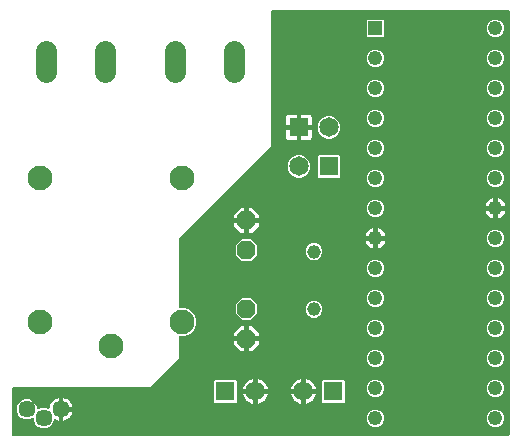
<source format=gbr>
G04 EAGLE Gerber X2 export*
%TF.Part,Single*%
%TF.FileFunction,Copper,L1,Top,Mixed*%
%TF.FilePolarity,Positive*%
%TF.GenerationSoftware,Autodesk,EAGLE,9.1.3*%
%TF.CreationDate,2018-11-08T14:32:20Z*%
G75*
%MOMM*%
%FSLAX34Y34*%
%LPD*%
%AMOC8*
5,1,8,0,0,1.08239X$1,22.5*%
G01*
%ADD10P,1.732040X8X112.500000*%
%ADD11P,1.732040X8X292.500000*%
%ADD12R,1.241000X1.241000*%
%ADD13C,1.241000*%
%ADD14C,1.168000*%
%ADD15R,1.650000X1.650000*%
%ADD16C,1.650000*%
%ADD17C,2.100000*%
%ADD18C,1.448000*%
%ADD19C,1.790700*%

G36*
X430082Y22869D02*
X430082Y22869D01*
X430140Y22867D01*
X430222Y22889D01*
X430306Y22901D01*
X430359Y22924D01*
X430415Y22939D01*
X430488Y22982D01*
X430565Y23017D01*
X430610Y23055D01*
X430660Y23084D01*
X430718Y23146D01*
X430782Y23200D01*
X430814Y23249D01*
X430854Y23292D01*
X430893Y23367D01*
X430940Y23437D01*
X430957Y23493D01*
X430984Y23545D01*
X430995Y23613D01*
X431025Y23708D01*
X431028Y23808D01*
X431039Y23876D01*
X431039Y382424D01*
X431031Y382482D01*
X431033Y382540D01*
X431011Y382622D01*
X430999Y382706D01*
X430976Y382759D01*
X430961Y382815D01*
X430918Y382888D01*
X430883Y382965D01*
X430845Y383010D01*
X430816Y383060D01*
X430754Y383118D01*
X430700Y383182D01*
X430651Y383214D01*
X430608Y383254D01*
X430533Y383293D01*
X430463Y383340D01*
X430407Y383357D01*
X430355Y383384D01*
X430287Y383395D01*
X430192Y383425D01*
X430092Y383428D01*
X430024Y383439D01*
X229870Y383439D01*
X229812Y383431D01*
X229754Y383433D01*
X229672Y383411D01*
X229588Y383399D01*
X229535Y383376D01*
X229479Y383361D01*
X229406Y383318D01*
X229329Y383283D01*
X229284Y383245D01*
X229234Y383216D01*
X229176Y383154D01*
X229112Y383100D01*
X229080Y383051D01*
X229040Y383008D01*
X229001Y382933D01*
X228954Y382863D01*
X228937Y382807D01*
X228910Y382755D01*
X228899Y382687D01*
X228869Y382592D01*
X228866Y382492D01*
X228855Y382424D01*
X228855Y268391D01*
X151682Y191218D01*
X151630Y191148D01*
X151570Y191084D01*
X151544Y191035D01*
X151511Y190991D01*
X151480Y190909D01*
X151440Y190831D01*
X151432Y190784D01*
X151410Y190725D01*
X151398Y190577D01*
X151385Y190500D01*
X151385Y132356D01*
X151393Y132298D01*
X151391Y132240D01*
X151413Y132158D01*
X151425Y132074D01*
X151449Y132021D01*
X151463Y131965D01*
X151506Y131892D01*
X151541Y131815D01*
X151579Y131770D01*
X151609Y131720D01*
X151670Y131662D01*
X151725Y131598D01*
X151773Y131566D01*
X151816Y131526D01*
X151891Y131487D01*
X151961Y131440D01*
X152017Y131423D01*
X152069Y131396D01*
X152137Y131385D01*
X152232Y131355D01*
X152332Y131352D01*
X152400Y131341D01*
X156247Y131341D01*
X160566Y129552D01*
X163872Y126246D01*
X165661Y121927D01*
X165661Y117253D01*
X163872Y112934D01*
X160566Y109628D01*
X156247Y107839D01*
X152400Y107839D01*
X152342Y107831D01*
X152284Y107833D01*
X152202Y107811D01*
X152119Y107799D01*
X152065Y107776D01*
X152009Y107761D01*
X151936Y107718D01*
X151859Y107683D01*
X151814Y107645D01*
X151764Y107616D01*
X151706Y107554D01*
X151642Y107500D01*
X151610Y107451D01*
X151570Y107408D01*
X151531Y107333D01*
X151485Y107263D01*
X151467Y107207D01*
X151440Y107155D01*
X151429Y107087D01*
X151399Y106992D01*
X151396Y106892D01*
X151385Y106824D01*
X151385Y89321D01*
X126580Y64515D01*
X11176Y64515D01*
X11118Y64507D01*
X11060Y64509D01*
X10978Y64487D01*
X10894Y64475D01*
X10841Y64452D01*
X10785Y64437D01*
X10712Y64394D01*
X10635Y64359D01*
X10590Y64321D01*
X10540Y64292D01*
X10482Y64230D01*
X10418Y64176D01*
X10386Y64127D01*
X10346Y64084D01*
X10307Y64009D01*
X10260Y63939D01*
X10243Y63883D01*
X10216Y63831D01*
X10205Y63763D01*
X10175Y63668D01*
X10172Y63568D01*
X10161Y63500D01*
X10161Y23876D01*
X10169Y23818D01*
X10167Y23760D01*
X10189Y23678D01*
X10201Y23594D01*
X10224Y23541D01*
X10239Y23485D01*
X10282Y23412D01*
X10317Y23335D01*
X10355Y23290D01*
X10384Y23240D01*
X10446Y23182D01*
X10500Y23118D01*
X10549Y23086D01*
X10592Y23046D01*
X10667Y23007D01*
X10737Y22960D01*
X10793Y22943D01*
X10845Y22916D01*
X10913Y22905D01*
X11008Y22875D01*
X11108Y22872D01*
X11176Y22861D01*
X430024Y22861D01*
X430082Y22869D01*
G37*
%LPC*%
G36*
X35141Y29829D02*
X35141Y29829D01*
X32020Y31122D01*
X29632Y33510D01*
X28339Y36631D01*
X28339Y37599D01*
X28323Y37713D01*
X28313Y37827D01*
X28303Y37853D01*
X28299Y37881D01*
X28252Y37986D01*
X28211Y38093D01*
X28195Y38115D01*
X28183Y38140D01*
X28109Y38228D01*
X28040Y38319D01*
X28017Y38336D01*
X28000Y38357D01*
X27904Y38421D01*
X27812Y38490D01*
X27786Y38499D01*
X27763Y38515D01*
X27653Y38550D01*
X27546Y38590D01*
X27518Y38592D01*
X27492Y38601D01*
X27377Y38604D01*
X27263Y38613D01*
X27238Y38607D01*
X27208Y38608D01*
X26951Y38541D01*
X26935Y38537D01*
X24019Y37329D01*
X20641Y37329D01*
X17520Y38622D01*
X15132Y41010D01*
X13839Y44131D01*
X13839Y47509D01*
X15132Y50630D01*
X17520Y53018D01*
X20641Y54311D01*
X24019Y54311D01*
X27140Y53018D01*
X29528Y50630D01*
X30821Y47509D01*
X30821Y46541D01*
X30837Y46427D01*
X30847Y46313D01*
X30857Y46287D01*
X30861Y46259D01*
X30908Y46154D01*
X30949Y46047D01*
X30965Y46025D01*
X30977Y46000D01*
X31051Y45912D01*
X31120Y45821D01*
X31143Y45804D01*
X31160Y45783D01*
X31256Y45719D01*
X31348Y45650D01*
X31374Y45641D01*
X31397Y45625D01*
X31507Y45590D01*
X31614Y45550D01*
X31642Y45548D01*
X31668Y45539D01*
X31783Y45536D01*
X31897Y45527D01*
X31922Y45533D01*
X31952Y45532D01*
X32209Y45599D01*
X32225Y45603D01*
X35141Y46811D01*
X38519Y46811D01*
X40206Y46112D01*
X40240Y46103D01*
X40272Y46087D01*
X40377Y46068D01*
X40481Y46041D01*
X40516Y46042D01*
X40551Y46036D01*
X40658Y46046D01*
X40765Y46049D01*
X40799Y46060D01*
X40834Y46064D01*
X40934Y46103D01*
X41036Y46136D01*
X41065Y46156D01*
X41098Y46169D01*
X41183Y46234D01*
X41272Y46294D01*
X41295Y46321D01*
X41323Y46343D01*
X41386Y46430D01*
X41455Y46512D01*
X41469Y46544D01*
X41490Y46573D01*
X41515Y46647D01*
X41571Y46772D01*
X41580Y46841D01*
X41597Y46891D01*
X41790Y48110D01*
X42266Y49574D01*
X42965Y50946D01*
X43870Y52192D01*
X44958Y53280D01*
X46204Y54185D01*
X47576Y54884D01*
X49040Y55360D01*
X49299Y55401D01*
X49299Y46836D01*
X49307Y46778D01*
X49305Y46720D01*
X49327Y46638D01*
X49339Y46555D01*
X49363Y46501D01*
X49377Y46445D01*
X49420Y46372D01*
X49455Y46295D01*
X49493Y46251D01*
X49523Y46200D01*
X49584Y46143D01*
X49639Y46078D01*
X49687Y46046D01*
X49730Y46006D01*
X49805Y45967D01*
X49875Y45921D01*
X49931Y45903D01*
X49983Y45876D01*
X50051Y45865D01*
X50146Y45835D01*
X50246Y45832D01*
X50314Y45821D01*
X51331Y45821D01*
X51331Y45819D01*
X50314Y45819D01*
X50256Y45811D01*
X50198Y45812D01*
X50116Y45791D01*
X50033Y45779D01*
X49979Y45755D01*
X49923Y45741D01*
X49850Y45698D01*
X49773Y45663D01*
X49728Y45625D01*
X49678Y45595D01*
X49620Y45534D01*
X49556Y45479D01*
X49524Y45431D01*
X49484Y45388D01*
X49445Y45313D01*
X49399Y45243D01*
X49381Y45187D01*
X49354Y45135D01*
X49343Y45067D01*
X49313Y44972D01*
X49310Y44872D01*
X49299Y44804D01*
X49299Y36239D01*
X49040Y36280D01*
X47576Y36756D01*
X46735Y37184D01*
X46642Y37216D01*
X46552Y37256D01*
X46508Y37262D01*
X46466Y37276D01*
X46368Y37281D01*
X46271Y37295D01*
X46227Y37288D01*
X46182Y37291D01*
X46087Y37268D01*
X45990Y37254D01*
X45949Y37236D01*
X45905Y37226D01*
X45820Y37177D01*
X45730Y37137D01*
X45697Y37108D01*
X45658Y37086D01*
X45589Y37016D01*
X45514Y36953D01*
X45493Y36919D01*
X45458Y36884D01*
X45375Y36730D01*
X45336Y36668D01*
X44028Y33510D01*
X41640Y31122D01*
X38519Y29829D01*
X35141Y29829D01*
G37*
%LPD*%
%LPC*%
G36*
X181732Y51459D02*
X181732Y51459D01*
X180999Y52192D01*
X180999Y69728D01*
X181732Y70461D01*
X199268Y70461D01*
X200001Y69728D01*
X200001Y52192D01*
X199268Y51459D01*
X181732Y51459D01*
G37*
%LPD*%
%LPC*%
G36*
X273172Y51459D02*
X273172Y51459D01*
X272439Y52192D01*
X272439Y69728D01*
X273172Y70461D01*
X290708Y70461D01*
X291441Y69728D01*
X291441Y52192D01*
X290708Y51459D01*
X273172Y51459D01*
G37*
%LPD*%
%LPC*%
G36*
X269362Y241959D02*
X269362Y241959D01*
X268629Y242692D01*
X268629Y260228D01*
X269362Y260961D01*
X286898Y260961D01*
X287631Y260228D01*
X287631Y242692D01*
X286898Y241959D01*
X269362Y241959D01*
G37*
%LPD*%
%LPC*%
G36*
X250840Y241959D02*
X250840Y241959D01*
X247348Y243406D01*
X244676Y246078D01*
X243229Y249570D01*
X243229Y253350D01*
X244676Y256842D01*
X247348Y259514D01*
X250840Y260961D01*
X254620Y260961D01*
X258112Y259514D01*
X260784Y256842D01*
X262231Y253350D01*
X262231Y249570D01*
X260784Y246078D01*
X258112Y243406D01*
X254620Y241959D01*
X250840Y241959D01*
G37*
%LPD*%
%LPC*%
G36*
X276240Y274979D02*
X276240Y274979D01*
X272748Y276426D01*
X270076Y279098D01*
X268629Y282590D01*
X268629Y286370D01*
X270076Y289862D01*
X272748Y292534D01*
X276240Y293981D01*
X280020Y293981D01*
X283512Y292534D01*
X286184Y289862D01*
X287631Y286370D01*
X287631Y282590D01*
X286184Y279098D01*
X283512Y276426D01*
X280020Y274979D01*
X276240Y274979D01*
G37*
%LPD*%
%LPC*%
G36*
X204448Y121558D02*
X204448Y121558D01*
X199028Y126978D01*
X199028Y134642D01*
X204448Y140062D01*
X212112Y140062D01*
X217532Y134642D01*
X217532Y126978D01*
X212112Y121558D01*
X204448Y121558D01*
G37*
%LPD*%
%LPC*%
G36*
X204448Y171088D02*
X204448Y171088D01*
X199028Y176508D01*
X199028Y184172D01*
X204448Y189592D01*
X212112Y189592D01*
X217532Y184172D01*
X217532Y176508D01*
X212112Y171088D01*
X204448Y171088D01*
G37*
%LPD*%
%LPC*%
G36*
X310777Y360844D02*
X310777Y360844D01*
X310044Y361577D01*
X310044Y375023D01*
X310777Y375756D01*
X324223Y375756D01*
X324956Y375023D01*
X324956Y361577D01*
X324223Y360844D01*
X310777Y360844D01*
G37*
%LPD*%
%LPC*%
G36*
X417617Y335444D02*
X417617Y335444D01*
X414877Y336579D01*
X412779Y338677D01*
X411644Y341417D01*
X411644Y344383D01*
X412779Y347123D01*
X414877Y349221D01*
X417617Y350356D01*
X420583Y350356D01*
X423323Y349221D01*
X425421Y347123D01*
X426556Y344383D01*
X426556Y341417D01*
X425421Y338677D01*
X423323Y336579D01*
X420583Y335444D01*
X417617Y335444D01*
G37*
%LPD*%
%LPC*%
G36*
X316017Y335444D02*
X316017Y335444D01*
X313277Y336579D01*
X311179Y338677D01*
X310044Y341417D01*
X310044Y344383D01*
X311179Y347123D01*
X313277Y349221D01*
X316017Y350356D01*
X318983Y350356D01*
X321723Y349221D01*
X323821Y347123D01*
X324956Y344383D01*
X324956Y341417D01*
X323821Y338677D01*
X321723Y336579D01*
X318983Y335444D01*
X316017Y335444D01*
G37*
%LPD*%
%LPC*%
G36*
X417617Y310044D02*
X417617Y310044D01*
X414877Y311179D01*
X412779Y313277D01*
X411644Y316017D01*
X411644Y318983D01*
X412779Y321723D01*
X414877Y323821D01*
X417617Y324956D01*
X420583Y324956D01*
X423323Y323821D01*
X425421Y321723D01*
X426556Y318983D01*
X426556Y316017D01*
X425421Y313277D01*
X423323Y311179D01*
X420583Y310044D01*
X417617Y310044D01*
G37*
%LPD*%
%LPC*%
G36*
X316017Y310044D02*
X316017Y310044D01*
X313277Y311179D01*
X311179Y313277D01*
X310044Y316017D01*
X310044Y318983D01*
X311179Y321723D01*
X313277Y323821D01*
X316017Y324956D01*
X318983Y324956D01*
X321723Y323821D01*
X323821Y321723D01*
X324956Y318983D01*
X324956Y316017D01*
X323821Y313277D01*
X321723Y311179D01*
X318983Y310044D01*
X316017Y310044D01*
G37*
%LPD*%
%LPC*%
G36*
X417617Y284644D02*
X417617Y284644D01*
X414877Y285779D01*
X412779Y287877D01*
X411644Y290617D01*
X411644Y293583D01*
X412779Y296323D01*
X414877Y298421D01*
X417617Y299556D01*
X420583Y299556D01*
X423323Y298421D01*
X425421Y296323D01*
X426556Y293583D01*
X426556Y290617D01*
X425421Y287877D01*
X423323Y285779D01*
X420583Y284644D01*
X417617Y284644D01*
G37*
%LPD*%
%LPC*%
G36*
X316017Y284644D02*
X316017Y284644D01*
X313277Y285779D01*
X311179Y287877D01*
X310044Y290617D01*
X310044Y293583D01*
X311179Y296323D01*
X313277Y298421D01*
X316017Y299556D01*
X318983Y299556D01*
X321723Y298421D01*
X323821Y296323D01*
X324956Y293583D01*
X324956Y290617D01*
X323821Y287877D01*
X321723Y285779D01*
X318983Y284644D01*
X316017Y284644D01*
G37*
%LPD*%
%LPC*%
G36*
X417617Y106844D02*
X417617Y106844D01*
X414877Y107979D01*
X412779Y110077D01*
X411644Y112817D01*
X411644Y115783D01*
X412779Y118523D01*
X414877Y120621D01*
X417617Y121756D01*
X420583Y121756D01*
X423323Y120621D01*
X425421Y118523D01*
X426556Y115783D01*
X426556Y112817D01*
X425421Y110077D01*
X423323Y107979D01*
X420583Y106844D01*
X417617Y106844D01*
G37*
%LPD*%
%LPC*%
G36*
X417617Y259244D02*
X417617Y259244D01*
X414877Y260379D01*
X412779Y262477D01*
X411644Y265217D01*
X411644Y268183D01*
X412779Y270923D01*
X414877Y273021D01*
X417617Y274156D01*
X420583Y274156D01*
X423323Y273021D01*
X425421Y270923D01*
X426556Y268183D01*
X426556Y265217D01*
X425421Y262477D01*
X423323Y260379D01*
X420583Y259244D01*
X417617Y259244D01*
G37*
%LPD*%
%LPC*%
G36*
X316017Y259244D02*
X316017Y259244D01*
X313277Y260379D01*
X311179Y262477D01*
X310044Y265217D01*
X310044Y268183D01*
X311179Y270923D01*
X313277Y273021D01*
X316017Y274156D01*
X318983Y274156D01*
X321723Y273021D01*
X323821Y270923D01*
X324956Y268183D01*
X324956Y265217D01*
X323821Y262477D01*
X321723Y260379D01*
X318983Y259244D01*
X316017Y259244D01*
G37*
%LPD*%
%LPC*%
G36*
X417617Y233844D02*
X417617Y233844D01*
X414877Y234979D01*
X412779Y237077D01*
X411644Y239817D01*
X411644Y242783D01*
X412779Y245523D01*
X414877Y247621D01*
X417617Y248756D01*
X420583Y248756D01*
X423323Y247621D01*
X425421Y245523D01*
X426556Y242783D01*
X426556Y239817D01*
X425421Y237077D01*
X423323Y234979D01*
X420583Y233844D01*
X417617Y233844D01*
G37*
%LPD*%
%LPC*%
G36*
X316017Y233844D02*
X316017Y233844D01*
X313277Y234979D01*
X311179Y237077D01*
X310044Y239817D01*
X310044Y242783D01*
X311179Y245523D01*
X313277Y247621D01*
X316017Y248756D01*
X318983Y248756D01*
X321723Y247621D01*
X323821Y245523D01*
X324956Y242783D01*
X324956Y239817D01*
X323821Y237077D01*
X321723Y234979D01*
X318983Y233844D01*
X316017Y233844D01*
G37*
%LPD*%
%LPC*%
G36*
X316017Y208444D02*
X316017Y208444D01*
X313277Y209579D01*
X311179Y211677D01*
X310044Y214417D01*
X310044Y217383D01*
X311179Y220123D01*
X313277Y222221D01*
X316017Y223356D01*
X318983Y223356D01*
X321723Y222221D01*
X323821Y220123D01*
X324956Y217383D01*
X324956Y214417D01*
X323821Y211677D01*
X321723Y209579D01*
X318983Y208444D01*
X316017Y208444D01*
G37*
%LPD*%
%LPC*%
G36*
X417617Y132244D02*
X417617Y132244D01*
X414877Y133379D01*
X412779Y135477D01*
X411644Y138217D01*
X411644Y141183D01*
X412779Y143923D01*
X414877Y146021D01*
X417617Y147156D01*
X420583Y147156D01*
X423323Y146021D01*
X425421Y143923D01*
X426556Y141183D01*
X426556Y138217D01*
X425421Y135477D01*
X423323Y133379D01*
X420583Y132244D01*
X417617Y132244D01*
G37*
%LPD*%
%LPC*%
G36*
X316017Y157644D02*
X316017Y157644D01*
X313277Y158779D01*
X311179Y160877D01*
X310044Y163617D01*
X310044Y166583D01*
X311179Y169323D01*
X313277Y171421D01*
X316017Y172556D01*
X318983Y172556D01*
X321723Y171421D01*
X323821Y169323D01*
X324956Y166583D01*
X324956Y163617D01*
X323821Y160877D01*
X321723Y158779D01*
X318983Y157644D01*
X316017Y157644D01*
G37*
%LPD*%
%LPC*%
G36*
X316017Y132244D02*
X316017Y132244D01*
X313277Y133379D01*
X311179Y135477D01*
X310044Y138217D01*
X310044Y141183D01*
X311179Y143923D01*
X313277Y146021D01*
X316017Y147156D01*
X318983Y147156D01*
X321723Y146021D01*
X323821Y143923D01*
X324956Y141183D01*
X324956Y138217D01*
X323821Y135477D01*
X321723Y133379D01*
X318983Y132244D01*
X316017Y132244D01*
G37*
%LPD*%
%LPC*%
G36*
X316017Y106844D02*
X316017Y106844D01*
X313277Y107979D01*
X311179Y110077D01*
X310044Y112817D01*
X310044Y115783D01*
X311179Y118523D01*
X313277Y120621D01*
X316017Y121756D01*
X318983Y121756D01*
X321723Y120621D01*
X323821Y118523D01*
X324956Y115783D01*
X324956Y112817D01*
X323821Y110077D01*
X321723Y107979D01*
X318983Y106844D01*
X316017Y106844D01*
G37*
%LPD*%
%LPC*%
G36*
X417617Y157644D02*
X417617Y157644D01*
X414877Y158779D01*
X412779Y160877D01*
X411644Y163617D01*
X411644Y166583D01*
X412779Y169323D01*
X414877Y171421D01*
X417617Y172556D01*
X420583Y172556D01*
X423323Y171421D01*
X425421Y169323D01*
X426556Y166583D01*
X426556Y163617D01*
X425421Y160877D01*
X423323Y158779D01*
X420583Y157644D01*
X417617Y157644D01*
G37*
%LPD*%
%LPC*%
G36*
X417617Y183044D02*
X417617Y183044D01*
X414877Y184179D01*
X412779Y186277D01*
X411644Y189017D01*
X411644Y191983D01*
X412779Y194723D01*
X414877Y196821D01*
X417617Y197956D01*
X420583Y197956D01*
X423323Y196821D01*
X425421Y194723D01*
X426556Y191983D01*
X426556Y189017D01*
X425421Y186277D01*
X423323Y184179D01*
X420583Y183044D01*
X417617Y183044D01*
G37*
%LPD*%
%LPC*%
G36*
X417617Y81444D02*
X417617Y81444D01*
X414877Y82579D01*
X412779Y84677D01*
X411644Y87417D01*
X411644Y90383D01*
X412779Y93123D01*
X414877Y95221D01*
X417617Y96356D01*
X420583Y96356D01*
X423323Y95221D01*
X425421Y93123D01*
X426556Y90383D01*
X426556Y87417D01*
X425421Y84677D01*
X423323Y82579D01*
X420583Y81444D01*
X417617Y81444D01*
G37*
%LPD*%
%LPC*%
G36*
X316017Y81444D02*
X316017Y81444D01*
X313277Y82579D01*
X311179Y84677D01*
X310044Y87417D01*
X310044Y90383D01*
X311179Y93123D01*
X313277Y95221D01*
X316017Y96356D01*
X318983Y96356D01*
X321723Y95221D01*
X323821Y93123D01*
X324956Y90383D01*
X324956Y87417D01*
X323821Y84677D01*
X321723Y82579D01*
X318983Y81444D01*
X316017Y81444D01*
G37*
%LPD*%
%LPC*%
G36*
X316017Y30644D02*
X316017Y30644D01*
X313277Y31779D01*
X311179Y33877D01*
X310044Y36617D01*
X310044Y39583D01*
X311179Y42323D01*
X313277Y44421D01*
X316017Y45556D01*
X318983Y45556D01*
X321723Y44421D01*
X323821Y42323D01*
X324956Y39583D01*
X324956Y36617D01*
X323821Y33877D01*
X321723Y31779D01*
X318983Y30644D01*
X316017Y30644D01*
G37*
%LPD*%
%LPC*%
G36*
X417617Y56044D02*
X417617Y56044D01*
X414877Y57179D01*
X412779Y59277D01*
X411644Y62017D01*
X411644Y64983D01*
X412779Y67723D01*
X414877Y69821D01*
X417617Y70956D01*
X420583Y70956D01*
X423323Y69821D01*
X425421Y67723D01*
X426556Y64983D01*
X426556Y62017D01*
X425421Y59277D01*
X423323Y57179D01*
X420583Y56044D01*
X417617Y56044D01*
G37*
%LPD*%
%LPC*%
G36*
X316017Y56044D02*
X316017Y56044D01*
X313277Y57179D01*
X311179Y59277D01*
X310044Y62017D01*
X310044Y64983D01*
X311179Y67723D01*
X313277Y69821D01*
X316017Y70956D01*
X318983Y70956D01*
X321723Y69821D01*
X323821Y67723D01*
X324956Y64983D01*
X324956Y62017D01*
X323821Y59277D01*
X321723Y57179D01*
X318983Y56044D01*
X316017Y56044D01*
G37*
%LPD*%
%LPC*%
G36*
X417617Y360844D02*
X417617Y360844D01*
X414877Y361979D01*
X412779Y364077D01*
X411644Y366817D01*
X411644Y369783D01*
X412779Y372523D01*
X414877Y374621D01*
X417617Y375756D01*
X420583Y375756D01*
X423323Y374621D01*
X425421Y372523D01*
X426556Y369783D01*
X426556Y366817D01*
X425421Y364077D01*
X423323Y361979D01*
X420583Y360844D01*
X417617Y360844D01*
G37*
%LPD*%
%LPC*%
G36*
X417617Y30644D02*
X417617Y30644D01*
X414877Y31779D01*
X412779Y33877D01*
X411644Y36617D01*
X411644Y39583D01*
X412779Y42323D01*
X414877Y44421D01*
X417617Y45556D01*
X420583Y45556D01*
X423323Y44421D01*
X425421Y42323D01*
X426556Y39583D01*
X426556Y36617D01*
X425421Y33877D01*
X423323Y31779D01*
X420583Y30644D01*
X417617Y30644D01*
G37*
%LPD*%
%LPC*%
G36*
X264020Y172249D02*
X264020Y172249D01*
X261413Y173329D01*
X259419Y175323D01*
X258339Y177930D01*
X258339Y180750D01*
X259419Y183357D01*
X261413Y185351D01*
X264020Y186431D01*
X266840Y186431D01*
X269447Y185351D01*
X271441Y183357D01*
X272521Y180750D01*
X272521Y177930D01*
X271441Y175323D01*
X269447Y173329D01*
X266840Y172249D01*
X264020Y172249D01*
G37*
%LPD*%
%LPC*%
G36*
X264020Y123449D02*
X264020Y123449D01*
X261413Y124529D01*
X259419Y126523D01*
X258339Y129130D01*
X258339Y131950D01*
X259419Y134557D01*
X261413Y136551D01*
X264020Y137631D01*
X266840Y137631D01*
X269447Y136551D01*
X271441Y134557D01*
X272521Y131950D01*
X272521Y129130D01*
X271441Y126523D01*
X269447Y124529D01*
X266840Y123449D01*
X264020Y123449D01*
G37*
%LPD*%
%LPC*%
G36*
X254761Y286511D02*
X254761Y286511D01*
X254761Y295271D01*
X261314Y295271D01*
X261961Y295098D01*
X262540Y294763D01*
X263013Y294290D01*
X263348Y293711D01*
X263521Y293064D01*
X263521Y286511D01*
X254761Y286511D01*
G37*
%LPD*%
%LPC*%
G36*
X241939Y286511D02*
X241939Y286511D01*
X241939Y293064D01*
X242112Y293711D01*
X242447Y294290D01*
X242920Y294763D01*
X243499Y295098D01*
X244146Y295271D01*
X250699Y295271D01*
X250699Y286511D01*
X241939Y286511D01*
G37*
%LPD*%
%LPC*%
G36*
X254761Y273689D02*
X254761Y273689D01*
X254761Y282449D01*
X263521Y282449D01*
X263521Y275896D01*
X263348Y275249D01*
X263013Y274670D01*
X262540Y274197D01*
X261961Y273862D01*
X261314Y273689D01*
X254761Y273689D01*
G37*
%LPD*%
%LPC*%
G36*
X244146Y273689D02*
X244146Y273689D01*
X243499Y273862D01*
X242920Y274197D01*
X242447Y274670D01*
X242112Y275249D01*
X241939Y275896D01*
X241939Y282449D01*
X250699Y282449D01*
X250699Y273689D01*
X244146Y273689D01*
G37*
%LPD*%
%LPC*%
G36*
X210311Y107441D02*
X210311Y107441D01*
X210311Y115952D01*
X212647Y115952D01*
X218822Y109777D01*
X218822Y107441D01*
X210311Y107441D01*
G37*
%LPD*%
%LPC*%
G36*
X210311Y207771D02*
X210311Y207771D01*
X210311Y216282D01*
X212647Y216282D01*
X218822Y210107D01*
X218822Y207771D01*
X210311Y207771D01*
G37*
%LPD*%
%LPC*%
G36*
X210311Y195198D02*
X210311Y195198D01*
X210311Y203709D01*
X218822Y203709D01*
X218822Y201373D01*
X212647Y195198D01*
X210311Y195198D01*
G37*
%LPD*%
%LPC*%
G36*
X197738Y107441D02*
X197738Y107441D01*
X197738Y109777D01*
X203913Y115952D01*
X206249Y115952D01*
X206249Y107441D01*
X197738Y107441D01*
G37*
%LPD*%
%LPC*%
G36*
X210311Y94868D02*
X210311Y94868D01*
X210311Y103379D01*
X218822Y103379D01*
X218822Y101043D01*
X212647Y94868D01*
X210311Y94868D01*
G37*
%LPD*%
%LPC*%
G36*
X197738Y207771D02*
X197738Y207771D01*
X197738Y210107D01*
X203913Y216282D01*
X206249Y216282D01*
X206249Y207771D01*
X197738Y207771D01*
G37*
%LPD*%
%LPC*%
G36*
X203913Y94868D02*
X203913Y94868D01*
X197738Y101043D01*
X197738Y103379D01*
X206249Y103379D01*
X206249Y94868D01*
X203913Y94868D01*
G37*
%LPD*%
%LPC*%
G36*
X203913Y195198D02*
X203913Y195198D01*
X197738Y201373D01*
X197738Y203709D01*
X206249Y203709D01*
X206249Y195198D01*
X203913Y195198D01*
G37*
%LPD*%
%LPC*%
G36*
X258571Y62991D02*
X258571Y62991D01*
X258571Y71564D01*
X259067Y71485D01*
X260682Y70960D01*
X262196Y70189D01*
X263570Y69191D01*
X264771Y67990D01*
X265769Y66616D01*
X266540Y65102D01*
X267065Y63487D01*
X267144Y62991D01*
X258571Y62991D01*
G37*
%LPD*%
%LPC*%
G36*
X217931Y62991D02*
X217931Y62991D01*
X217931Y71564D01*
X218427Y71485D01*
X220042Y70960D01*
X221556Y70189D01*
X222930Y69191D01*
X224131Y67990D01*
X225129Y66616D01*
X225900Y65102D01*
X226425Y63487D01*
X226504Y62991D01*
X217931Y62991D01*
G37*
%LPD*%
%LPC*%
G36*
X245936Y62991D02*
X245936Y62991D01*
X246015Y63487D01*
X246540Y65102D01*
X247311Y66616D01*
X248309Y67990D01*
X249510Y69191D01*
X250884Y70189D01*
X252398Y70960D01*
X254013Y71485D01*
X254509Y71564D01*
X254509Y62991D01*
X245936Y62991D01*
G37*
%LPD*%
%LPC*%
G36*
X217931Y58929D02*
X217931Y58929D01*
X226504Y58929D01*
X226425Y58433D01*
X225900Y56818D01*
X225129Y55304D01*
X224131Y53930D01*
X222930Y52729D01*
X221556Y51731D01*
X220042Y50960D01*
X218427Y50435D01*
X217931Y50356D01*
X217931Y58929D01*
G37*
%LPD*%
%LPC*%
G36*
X205296Y62991D02*
X205296Y62991D01*
X205375Y63487D01*
X205900Y65102D01*
X206671Y66616D01*
X207669Y67990D01*
X208870Y69191D01*
X210244Y70189D01*
X211758Y70960D01*
X213373Y71485D01*
X213869Y71564D01*
X213869Y62991D01*
X205296Y62991D01*
G37*
%LPD*%
%LPC*%
G36*
X258571Y58929D02*
X258571Y58929D01*
X267144Y58929D01*
X267065Y58433D01*
X266540Y56818D01*
X265769Y55304D01*
X264771Y53930D01*
X263570Y52729D01*
X262196Y51731D01*
X260682Y50960D01*
X259067Y50435D01*
X258571Y50356D01*
X258571Y58929D01*
G37*
%LPD*%
%LPC*%
G36*
X254013Y50435D02*
X254013Y50435D01*
X252398Y50960D01*
X250884Y51731D01*
X249510Y52729D01*
X248309Y53930D01*
X247311Y55304D01*
X246540Y56818D01*
X246015Y58433D01*
X245936Y58929D01*
X254509Y58929D01*
X254509Y50356D01*
X254013Y50435D01*
G37*
%LPD*%
%LPC*%
G36*
X213373Y50435D02*
X213373Y50435D01*
X211758Y50960D01*
X210244Y51731D01*
X208870Y52729D01*
X207669Y53930D01*
X206671Y55304D01*
X205900Y56818D01*
X205375Y58433D01*
X205296Y58929D01*
X213869Y58929D01*
X213869Y50356D01*
X213373Y50435D01*
G37*
%LPD*%
%LPC*%
G36*
X53361Y47851D02*
X53361Y47851D01*
X53361Y55401D01*
X53620Y55360D01*
X55084Y54884D01*
X56456Y54185D01*
X57702Y53280D01*
X58790Y52192D01*
X59695Y50946D01*
X60394Y49574D01*
X60870Y48110D01*
X60911Y47851D01*
X53361Y47851D01*
G37*
%LPD*%
%LPC*%
G36*
X53361Y43789D02*
X53361Y43789D01*
X60911Y43789D01*
X60870Y43530D01*
X60394Y42066D01*
X59695Y40694D01*
X58790Y39448D01*
X57702Y38360D01*
X56456Y37455D01*
X55084Y36756D01*
X53620Y36280D01*
X53361Y36239D01*
X53361Y43789D01*
G37*
%LPD*%
%LPC*%
G36*
X420932Y217732D02*
X420932Y217732D01*
X420932Y224453D01*
X421651Y224310D01*
X423243Y223650D01*
X424675Y222693D01*
X425893Y221475D01*
X426850Y220043D01*
X427510Y218451D01*
X427653Y217732D01*
X420932Y217732D01*
G37*
%LPD*%
%LPC*%
G36*
X319332Y192332D02*
X319332Y192332D01*
X319332Y199053D01*
X320051Y198910D01*
X321643Y198250D01*
X323075Y197293D01*
X324293Y196075D01*
X325250Y194643D01*
X325910Y193051D01*
X326053Y192332D01*
X319332Y192332D01*
G37*
%LPD*%
%LPC*%
G36*
X308947Y192332D02*
X308947Y192332D01*
X309090Y193051D01*
X309750Y194643D01*
X310707Y196075D01*
X311925Y197293D01*
X313357Y198250D01*
X314949Y198910D01*
X315668Y199053D01*
X315668Y192332D01*
X308947Y192332D01*
G37*
%LPD*%
%LPC*%
G36*
X420932Y214068D02*
X420932Y214068D01*
X427653Y214068D01*
X427510Y213349D01*
X426850Y211757D01*
X425893Y210325D01*
X424675Y209107D01*
X423243Y208150D01*
X421651Y207490D01*
X420932Y207347D01*
X420932Y214068D01*
G37*
%LPD*%
%LPC*%
G36*
X410547Y217732D02*
X410547Y217732D01*
X410690Y218451D01*
X411350Y220043D01*
X412307Y221475D01*
X413525Y222693D01*
X414957Y223650D01*
X416549Y224310D01*
X417268Y224453D01*
X417268Y217732D01*
X410547Y217732D01*
G37*
%LPD*%
%LPC*%
G36*
X319332Y188668D02*
X319332Y188668D01*
X326053Y188668D01*
X325910Y187949D01*
X325250Y186357D01*
X324293Y184925D01*
X323075Y183707D01*
X321643Y182750D01*
X320051Y182090D01*
X319332Y181947D01*
X319332Y188668D01*
G37*
%LPD*%
%LPC*%
G36*
X416549Y207490D02*
X416549Y207490D01*
X414957Y208150D01*
X413525Y209107D01*
X412307Y210325D01*
X411350Y211757D01*
X410690Y213349D01*
X410547Y214068D01*
X417268Y214068D01*
X417268Y207347D01*
X416549Y207490D01*
G37*
%LPD*%
%LPC*%
G36*
X314949Y182090D02*
X314949Y182090D01*
X313357Y182750D01*
X311925Y183707D01*
X310707Y184925D01*
X309750Y186357D01*
X309090Y187949D01*
X308947Y188668D01*
X315668Y188668D01*
X315668Y181947D01*
X314949Y182090D01*
G37*
%LPD*%
%LPC*%
G36*
X208279Y205739D02*
X208279Y205739D01*
X208279Y205741D01*
X208281Y205741D01*
X208281Y205739D01*
X208279Y205739D01*
G37*
%LPD*%
%LPC*%
G36*
X256539Y60959D02*
X256539Y60959D01*
X256539Y60961D01*
X256541Y60961D01*
X256541Y60959D01*
X256539Y60959D01*
G37*
%LPD*%
%LPC*%
G36*
X252729Y284479D02*
X252729Y284479D01*
X252729Y284481D01*
X252731Y284481D01*
X252731Y284479D01*
X252729Y284479D01*
G37*
%LPD*%
%LPC*%
G36*
X208279Y105409D02*
X208279Y105409D01*
X208279Y105411D01*
X208281Y105411D01*
X208281Y105409D01*
X208279Y105409D01*
G37*
%LPD*%
%LPC*%
G36*
X215899Y60959D02*
X215899Y60959D01*
X215899Y60961D01*
X215901Y60961D01*
X215901Y60959D01*
X215899Y60959D01*
G37*
%LPD*%
D10*
X208280Y180340D03*
X208280Y205740D03*
D11*
X208280Y130810D03*
X208280Y105410D03*
D12*
X317500Y368300D03*
D13*
X317500Y342900D03*
X317500Y317500D03*
X317500Y292100D03*
X317500Y266700D03*
X317500Y241300D03*
X317500Y215900D03*
X317500Y190500D03*
X317500Y165100D03*
X317500Y139700D03*
X317500Y114300D03*
X317500Y88900D03*
X317500Y63500D03*
X317500Y38100D03*
X419100Y38100D03*
X419100Y63500D03*
X419100Y88900D03*
X419100Y114300D03*
X419100Y139700D03*
X419100Y165100D03*
X419100Y190500D03*
X419100Y215900D03*
X419100Y241300D03*
X419100Y266700D03*
X419100Y292100D03*
X419100Y317500D03*
X419100Y342900D03*
X419100Y368300D03*
D14*
X265430Y130540D03*
X265430Y179340D03*
D15*
X278130Y251460D03*
D16*
X252730Y251460D03*
D15*
X252730Y284480D03*
D16*
X278130Y284480D03*
D17*
X33910Y241590D03*
X33910Y119590D03*
X93910Y99590D03*
X153910Y119590D03*
X153910Y241590D03*
D18*
X22330Y45820D03*
X36830Y38320D03*
X51330Y45820D03*
D19*
X88500Y331407D02*
X88500Y349314D01*
X38500Y349314D02*
X38500Y331407D01*
X197720Y331407D02*
X197720Y349314D01*
X147720Y349314D02*
X147720Y331407D01*
D15*
X190500Y60960D03*
D16*
X215900Y60960D03*
D15*
X281940Y60960D03*
D16*
X256540Y60960D03*
M02*

</source>
